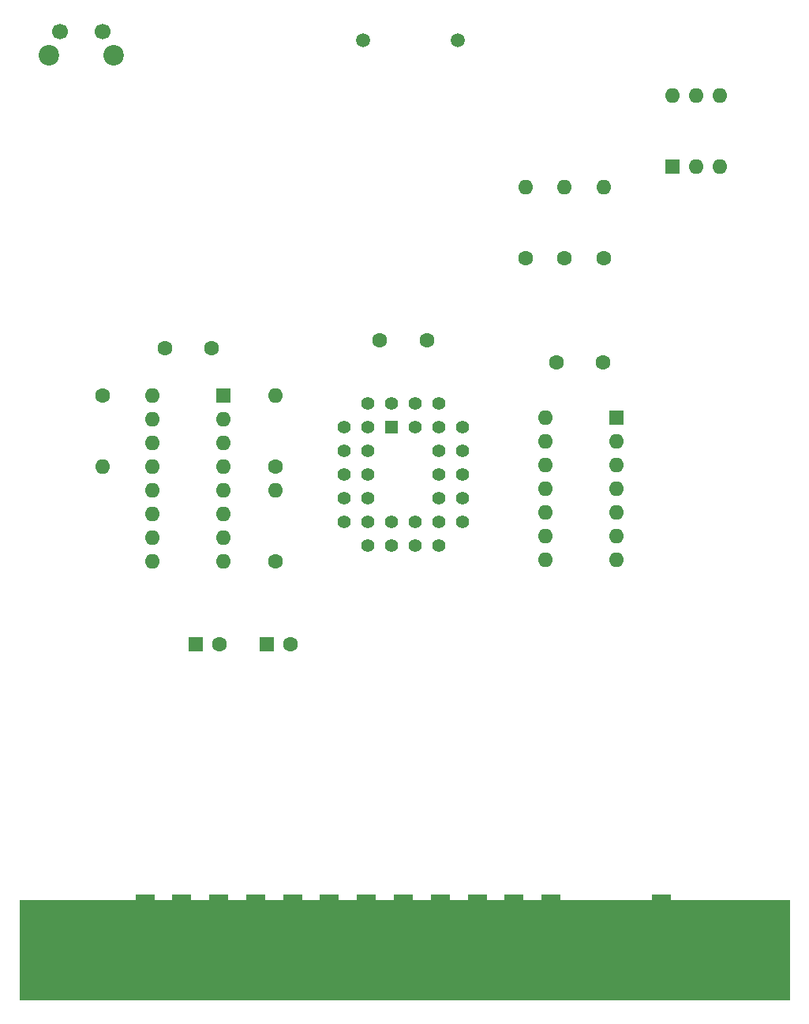
<source format=gbr>
G04 #@! TF.GenerationSoftware,KiCad,Pcbnew,8.0.2*
G04 #@! TF.CreationDate,2025-01-27T22:20:44+01:00*
G04 #@! TF.ProjectId,multicartridge-sst39sf010-topbutton,6d756c74-6963-4617-9274-72696467652d,rev?*
G04 #@! TF.SameCoordinates,Original*
G04 #@! TF.FileFunction,Soldermask,Top*
G04 #@! TF.FilePolarity,Negative*
%FSLAX46Y46*%
G04 Gerber Fmt 4.6, Leading zero omitted, Abs format (unit mm)*
G04 Created by KiCad (PCBNEW 8.0.2) date 2025-01-27 22:20:44*
%MOMM*%
%LPD*%
G01*
G04 APERTURE LIST*
%ADD10C,0.100000*%
%ADD11O,1.600000X1.600000*%
%ADD12R,1.600000X1.600000*%
%ADD13C,1.500000*%
%ADD14C,2.200000*%
%ADD15C,1.700000*%
%ADD16C,1.600000*%
%ADD17R,2.000000X10.000000*%
%ADD18R,1.422400X1.422400*%
%ADD19C,1.422400*%
G04 APERTURE END LIST*
D10*
X42037000Y-134747000D02*
X124587000Y-134747000D01*
X124587000Y-145415000D01*
X42037000Y-145415000D01*
X42037000Y-134747000D01*
G36*
X42037000Y-134747000D02*
G01*
X124587000Y-134747000D01*
X124587000Y-145415000D01*
X42037000Y-145415000D01*
X42037000Y-134747000D01*
G37*
D11*
X56301000Y-80645000D03*
X56301000Y-83185000D03*
X56301000Y-85725000D03*
X56301000Y-88265000D03*
X56301000Y-90805000D03*
X56301000Y-93345000D03*
X56301000Y-95885000D03*
X56301000Y-98425000D03*
X63921000Y-98425000D03*
X63921000Y-95885000D03*
X63921000Y-93345000D03*
X63921000Y-90805000D03*
X63921000Y-88265000D03*
X63921000Y-85725000D03*
X63921000Y-83185000D03*
D12*
X63921000Y-80645000D03*
D13*
X89027000Y-42545000D03*
X78867000Y-42545000D03*
D14*
X52141000Y-44192000D03*
X45141000Y-44192000D03*
D15*
X50891000Y-41692000D03*
X46391000Y-41692000D03*
D11*
X69469000Y-90805000D03*
D16*
X69469000Y-98425000D03*
D11*
X50927000Y-88265000D03*
D16*
X50927000Y-80645000D03*
D11*
X69469000Y-80645000D03*
D16*
X69469000Y-88265000D03*
D12*
X68540600Y-107315000D03*
D16*
X71040600Y-107315000D03*
X62611000Y-75565000D03*
X57611000Y-75565000D03*
D12*
X60920600Y-107315000D03*
D16*
X63420600Y-107315000D03*
D12*
X112014000Y-56134000D03*
D11*
X114554000Y-56134000D03*
X117094000Y-56134000D03*
X117094000Y-48514000D03*
X114554000Y-48514000D03*
X112014000Y-48514000D03*
D12*
X106045000Y-83058000D03*
D11*
X106045000Y-85598000D03*
X106045000Y-88138000D03*
X106045000Y-90678000D03*
X106045000Y-93218000D03*
X106045000Y-95758000D03*
X106045000Y-98298000D03*
X98425000Y-98298000D03*
X98425000Y-95758000D03*
X98425000Y-93218000D03*
X98425000Y-90678000D03*
X98425000Y-88138000D03*
X98425000Y-85598000D03*
X98425000Y-83058000D03*
D16*
X99647000Y-77143000D03*
X104647000Y-77143000D03*
X85685000Y-74785000D03*
X80685000Y-74785000D03*
D17*
X55465000Y-139192000D03*
X59425000Y-139192000D03*
X63385000Y-139192000D03*
X67345000Y-139192000D03*
X71305000Y-139192000D03*
X75265000Y-139192000D03*
X79225000Y-139192000D03*
X83185000Y-139192000D03*
X87145000Y-139192000D03*
X91105000Y-139192000D03*
X95065000Y-139192000D03*
X99025000Y-139192000D03*
X110905000Y-139192000D03*
D16*
X100457000Y-65913000D03*
D11*
X100457000Y-58293000D03*
D16*
X96266000Y-65913000D03*
D11*
X96266000Y-58293000D03*
D16*
X104648000Y-65913000D03*
D11*
X104648000Y-58293000D03*
D18*
X81915000Y-84074000D03*
D19*
X84455000Y-81534000D03*
X84455000Y-84074000D03*
X86995000Y-81534000D03*
X89535000Y-84074000D03*
X86995000Y-84074000D03*
X89535000Y-86614000D03*
X86995000Y-86614000D03*
X89535000Y-89154000D03*
X86995000Y-89154000D03*
X89535000Y-91694000D03*
X86995000Y-91694000D03*
X89535000Y-94234000D03*
X86995000Y-96774000D03*
X86995000Y-94234000D03*
X84455000Y-96774000D03*
X84455000Y-94234000D03*
X81915000Y-96774000D03*
X81915000Y-94234000D03*
X79375000Y-96774000D03*
X76835000Y-94234000D03*
X79375000Y-94234000D03*
X76835000Y-91694000D03*
X79375000Y-91694000D03*
X76835000Y-89154000D03*
X79375000Y-89154000D03*
X76835000Y-86614000D03*
X79375000Y-86614000D03*
X76835000Y-84074000D03*
X79375000Y-81534000D03*
X79375000Y-84074000D03*
X81915000Y-81534000D03*
M02*

</source>
